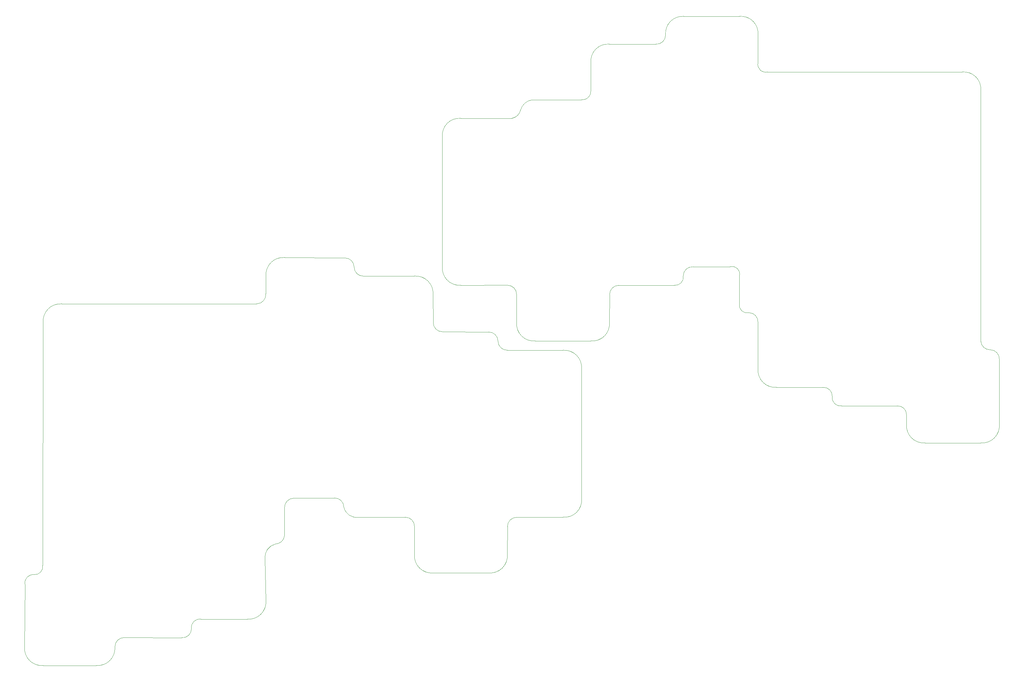
<source format=gbr>
%TF.GenerationSoftware,KiCad,Pcbnew,(6.0.2-0)*%
%TF.CreationDate,2022-03-13T16:27:42+11:00*%
%TF.ProjectId,Nydas,4e796461-732e-46b6-9963-61645f706362,rev?*%
%TF.SameCoordinates,Original*%
%TF.FileFunction,Profile,NP*%
%FSLAX46Y46*%
G04 Gerber Fmt 4.6, Leading zero omitted, Abs format (unit mm)*
G04 Created by KiCad (PCBNEW (6.0.2-0)) date 2022-03-13 16:27:42*
%MOMM*%
%LPD*%
G01*
G04 APERTURE LIST*
%TA.AperFunction,Profile*%
%ADD10C,0.100000*%
%TD*%
G04 APERTURE END LIST*
D10*
X121922348Y-154973624D02*
G75*
G03*
X119380000Y-152400000I-2502699J70253D01*
G01*
X149862348Y-152433625D02*
G75*
G03*
X147362597Y-154988802I15323J-2515342D01*
G01*
X134620000Y-43180000D02*
G75*
G03*
X129540000Y-48260000I-441074J-4638926D01*
G01*
X195580000Y-15240001D02*
G75*
G03*
X190626379Y-20328595I-316139J-4647657D01*
G01*
X142242348Y-167673624D02*
X127002348Y-167673624D01*
X147317652Y-88866376D02*
X134620000Y-88900000D01*
X102590477Y-149630191D02*
G75*
G03*
X106682348Y-152433624I3523895J755503D01*
G01*
X215900000Y-27940000D02*
G75*
G03*
X218440000Y-30480000I2087509J-452491D01*
G01*
X15240000Y-187960000D02*
G75*
G03*
X20320000Y-193040000I4728543J-351457D01*
G01*
X167640000Y-38100000D02*
G75*
G03*
X170180000Y-35560000I216194J2323806D01*
G01*
X100035299Y-147130440D02*
X88904842Y-147190047D01*
X105402606Y-83896236D02*
G75*
G03*
X102847429Y-81396485I-2515342J-15323D01*
G01*
X236220000Y-119380000D02*
G75*
G03*
X233680000Y-116840000I-2378579J161421D01*
G01*
X149860000Y-91440000D02*
G75*
G03*
X147317652Y-88866376I-2502699J70253D01*
G01*
X76200000Y-180340000D02*
X63500000Y-180340000D01*
X119380000Y-152400000D02*
X106682348Y-152433624D01*
X198120000Y-83820001D02*
G75*
G03*
X195453621Y-86351405I-169109J-2491851D01*
G01*
X210820000Y-93980000D02*
X210820000Y-86360000D01*
X34876917Y-193027200D02*
G75*
G03*
X39956917Y-187947200I351457J4728543D01*
G01*
X276860000Y-35560000D02*
X276860000Y-104140000D01*
X102590476Y-149630191D02*
G75*
G03*
X100035299Y-147130440I-2515342J-15323D01*
G01*
X78740000Y-93979999D02*
G75*
G03*
X81249115Y-91177739I-44899J2564650D01*
G01*
X63500000Y-180339999D02*
G75*
G03*
X60917270Y-182888595I-378562J-2199327D01*
G01*
X254000000Y-121920000D02*
X238760000Y-121920000D01*
X154074278Y-38108839D02*
X167640000Y-38100000D01*
X170180000Y-104140000D02*
G75*
G03*
X175260000Y-99060000I396299J4683701D01*
G01*
X34876917Y-193027200D02*
X20320000Y-193040000D01*
X167640000Y-147320000D02*
X167640000Y-111760000D01*
X107957785Y-86395987D02*
X121920000Y-86360000D01*
X215900000Y-20320000D02*
G75*
G03*
X210820000Y-15240000I-4638926J441074D01*
G01*
X42496621Y-185350093D02*
G75*
G03*
X39956917Y-187947200I15568J-2555563D01*
G01*
X88904842Y-147190047D02*
G75*
G03*
X86360000Y-149860000I19794J-2566640D01*
G01*
X167640000Y-111760000D02*
G75*
G03*
X162560000Y-106680000I-4728543J351457D01*
G01*
X271780000Y-30480000D02*
X218440000Y-30480000D01*
X105402608Y-83896236D02*
G75*
G03*
X107957785Y-86395987I2515342J15323D01*
G01*
X58250891Y-185420000D02*
X42496621Y-185350094D01*
X25400000Y-93980000D02*
X78740000Y-93980000D01*
X81249115Y-91177739D02*
X81280000Y-86360000D01*
X177800000Y-88900001D02*
G75*
G03*
X175300249Y-91455178I15323J-2515342D01*
G01*
X276860000Y-104140000D02*
G75*
G03*
X279408595Y-106553621I2508832J96761D01*
G01*
X142242348Y-167673624D02*
G75*
G03*
X147322348Y-162593624I396299J4683701D01*
G01*
X154074278Y-38108839D02*
G75*
G03*
X150955885Y-40883636I579477J-3790898D01*
G01*
X210820000Y-86360000D02*
G75*
G03*
X208280000Y-83820000I-2005768J534232D01*
G01*
X187960000Y-22859999D02*
G75*
G03*
X190626379Y-20328595I169109J2491851D01*
G01*
X86360000Y-149860000D02*
X86360000Y-157480000D01*
X20320000Y-99060000D02*
X20203580Y-165588294D01*
X215900000Y-111760000D02*
X215900000Y-99060000D01*
X127000000Y-91440000D02*
G75*
G03*
X121920000Y-86360000I-4728543J351457D01*
G01*
X127042804Y-99126551D02*
G75*
G03*
X129597981Y-101626302I2515342J15323D01*
G01*
X281939999Y-109220000D02*
G75*
G03*
X279408595Y-106553621I-2491851J169109D01*
G01*
X256540000Y-127000000D02*
G75*
G03*
X261620000Y-132080000I4739394J-340606D01*
G01*
X149860000Y-99060000D02*
X149860000Y-91440000D01*
X147362597Y-154988802D02*
X147322348Y-162593624D01*
X256540000Y-127000000D02*
X256540000Y-124460000D01*
X76200000Y-180340000D02*
G75*
G03*
X81280000Y-175260000I351457J4728543D01*
G01*
X129540000Y-83820000D02*
G75*
G03*
X134620000Y-88900000I4728543J-351457D01*
G01*
X162560000Y-152400000D02*
G75*
G03*
X167640000Y-147320000I441074J4638926D01*
G01*
X15240000Y-187960000D02*
X15341410Y-170756789D01*
X276860000Y-132080000D02*
G75*
G03*
X281940000Y-127000000I353389J4726611D01*
G01*
X162560000Y-106680000D02*
X147320000Y-106680000D01*
X25400000Y-93980000D02*
G75*
G03*
X20320000Y-99060000I-351457J-4728543D01*
G01*
X144764823Y-104180249D02*
G75*
G03*
X147320000Y-106680000I2515342J15323D01*
G01*
X81016567Y-163848438D02*
X81280000Y-175260000D01*
X83820000Y-159756567D02*
G75*
G03*
X81016567Y-163848438I965461J-3667742D01*
G01*
X86360000Y-81280000D02*
X102847429Y-81396485D01*
X162560000Y-152400000D02*
X149862348Y-152433624D01*
X144764821Y-104180249D02*
G75*
G03*
X142209644Y-101680498I-2515342J-15323D01*
G01*
X83820000Y-159756567D02*
G75*
G03*
X86360000Y-157480000I-15673J2572728D01*
G01*
X175260000Y-22860000D02*
X187960000Y-22860000D01*
X149860000Y-99060000D02*
G75*
G03*
X154940000Y-104140000I4686931J-393069D01*
G01*
X281940000Y-109220000D02*
X281940000Y-127000000D01*
X193040000Y-88900000D02*
X177800000Y-88900000D01*
X175260000Y-22860000D02*
G75*
G03*
X170180000Y-27940000I-441074J-4638926D01*
G01*
X58250891Y-185419999D02*
G75*
G03*
X60917270Y-182888595I169109J2491851D01*
G01*
X215900000Y-20320000D02*
X215900000Y-27940000D01*
X17789959Y-168136888D02*
G75*
G03*
X15341410Y-170756789I-203327J-2264124D01*
G01*
X142209644Y-101680498D02*
X129597981Y-101626302D01*
X236220000Y-119380000D02*
G75*
G03*
X238760000Y-121920000I2232313J-307687D01*
G01*
X134620000Y-43180000D02*
X148545799Y-43180000D01*
X233680000Y-116840000D02*
X220980000Y-116840000D01*
X215899999Y-99060000D02*
G75*
G03*
X213368595Y-96393621I-2491851J169109D01*
G01*
X276860000Y-132080000D02*
X261620000Y-132080000D01*
X121922348Y-162593624D02*
G75*
G03*
X127002348Y-167673624I4686931J-393069D01*
G01*
X256540000Y-124460000D02*
G75*
G03*
X254000000Y-121920000I-2378579J161421D01*
G01*
X129540000Y-48260000D02*
X129540000Y-83820000D01*
X121922348Y-162593624D02*
X121922348Y-154973624D01*
X193040000Y-88899999D02*
G75*
G03*
X195453621Y-86351405I227100J2202122D01*
G01*
X17789959Y-168136888D02*
G75*
G03*
X20203580Y-165588294I227100J2202122D01*
G01*
X170180000Y-104140000D02*
X154940000Y-104140000D01*
X170180000Y-35560000D02*
X170180000Y-27940000D01*
X208280000Y-83820000D02*
X198120000Y-83820000D01*
X215900000Y-111760000D02*
G75*
G03*
X220980000Y-116840000I4704661J-375339D01*
G01*
X175300249Y-91455178D02*
X175260000Y-99060000D01*
X127042803Y-99126551D02*
X127000000Y-91440000D01*
X210819999Y-93980000D02*
G75*
G03*
X213368595Y-96393621I2072046J-364451D01*
G01*
X86360000Y-81280000D02*
G75*
G03*
X81280000Y-86360000I-351457J-4728543D01*
G01*
X148545799Y-43180000D02*
G75*
G03*
X150955885Y-40883636I-510153J2948319D01*
G01*
X195580000Y-15240000D02*
X210820000Y-15240000D01*
X276860000Y-35560000D02*
G75*
G03*
X271780000Y-30480000I-4638926J441074D01*
G01*
M02*

</source>
